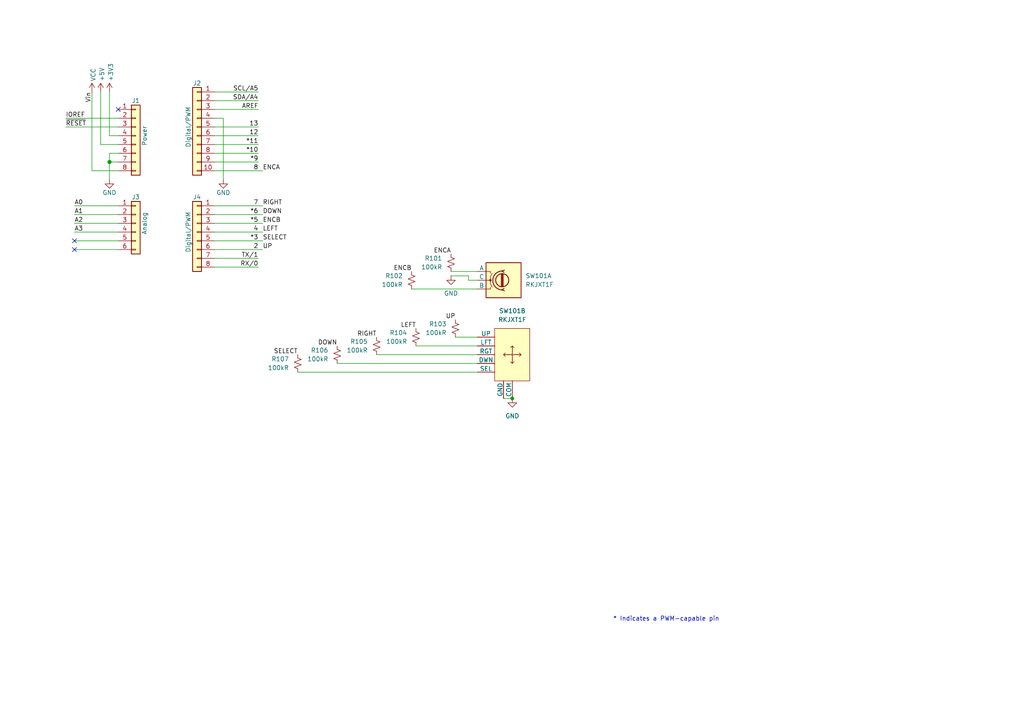
<source format=kicad_sch>
(kicad_sch (version 20231120) (generator "eeschema") (generator_version "8.0")
  (paper "A4")
  (title_block (date "mar. 31 mars 2015"))
  (lib_symbols
    (symbol "Connector_Generic:Conn_01x06" (pin_names (offset 1.016) hide)
      (property "Reference" "J" (at 0 7.62 0))
      (property "Value" "Conn_01x06" (at 0 -10.16 0))
      (symbol "Conn_01x06_1_1"
        (rectangle (start -1.27 -7.493) (end 0 -7.747) (stroke (width 0.1524)))
        (rectangle (start -1.27 -4.953) (end 0 -5.207) (stroke (width 0.1524)))
        (rectangle (start -1.27 -2.413) (end 0 -2.667) (stroke (width 0.1524)))
        (rectangle (start -1.27 0.127) (end 0 -0.127) (stroke (width 0.1524)))
        (rectangle (start -1.27 2.667) (end 0 2.413) (stroke (width 0.1524)))
        (rectangle (start -1.27 5.207) (end 0 4.953) (stroke (width 0.1524)))
        (rectangle (start -1.27 6.35) (end 1.27 -8.89) (stroke (width 0.254)) (fill (type background)))
        (pin passive line (at -5.08 5.08 0) (length 3.81) (name "Pin_1") (number "1"))
        (pin passive line (at -5.08 2.54 0) (length 3.81) (name "Pin_2") (number "2"))
        (pin passive line (at -5.08 0 0) (length 3.81) (name "Pin_3") (number "3"))
        (pin passive line (at -5.08 -2.54 0) (length 3.81) (name "Pin_4") (number "4"))
        (pin passive line (at -5.08 -5.08 0) (length 3.81) (name "Pin_5") (number "5"))
        (pin passive line (at -5.08 -7.62 0) (length 3.81) (name "Pin_6") (number "6"))
      )
    )
    (symbol "Connector_Generic:Conn_01x08" (pin_names (offset 1.016) hide)
      (property "Reference" "J" (at 0 10.16 0))
      (property "Value" "Conn_01x08" (at 0 -12.7 0))
      (symbol "Conn_01x08_1_1"
        (rectangle (start -1.27 -10.033) (end 0 -10.287) (stroke (width 0.1524)))
        (rectangle (start -1.27 -7.493) (end 0 -7.747) (stroke (width 0.1524)))
        (rectangle (start -1.27 -4.953) (end 0 -5.207) (stroke (width 0.1524)))
        (rectangle (start -1.27 -2.413) (end 0 -2.667) (stroke (width 0.1524)))
        (rectangle (start -1.27 0.127) (end 0 -0.127) (stroke (width 0.1524)))
        (rectangle (start -1.27 2.667) (end 0 2.413) (stroke (width 0.1524)))
        (rectangle (start -1.27 5.207) (end 0 4.953) (stroke (width 0.1524)))
        (rectangle (start -1.27 7.747) (end 0 7.493) (stroke (width 0.1524)))
        (rectangle (start -1.27 8.89) (end 1.27 -11.43) (stroke (width 0.254)) (fill (type background)))
        (pin passive line (at -5.08 7.62 0) (length 3.81) (name "Pin_1") (number "1"))
        (pin passive line (at -5.08 5.08 0) (length 3.81) (name "Pin_2") (number "2"))
        (pin passive line (at -5.08 2.54 0) (length 3.81) (name "Pin_3") (number "3"))
        (pin passive line (at -5.08 0 0) (length 3.81) (name "Pin_4") (number "4"))
        (pin passive line (at -5.08 -2.54 0) (length 3.81) (name "Pin_5") (number "5"))
        (pin passive line (at -5.08 -5.08 0) (length 3.81) (name "Pin_6") (number "6"))
        (pin passive line (at -5.08 -7.62 0) (length 3.81) (name "Pin_7") (number "7"))
        (pin passive line (at -5.08 -10.16 0) (length 3.81) (name "Pin_8") (number "8"))
      )
    )
    (symbol "Connector_Generic:Conn_01x10" (pin_names (offset 1.016) hide)
      (property "Reference" "J" (at 0 12.7 0))
      (property "Value" "Conn_01x10" (at 0 -15.24 0))
      (symbol "Conn_01x10_1_1"
        (rectangle (start -1.27 -12.573) (end 0 -12.827) (stroke (width 0.1524)))
        (rectangle (start -1.27 -10.033) (end 0 -10.287) (stroke (width 0.1524)))
        (rectangle (start -1.27 -7.493) (end 0 -7.747) (stroke (width 0.1524)))
        (rectangle (start -1.27 -4.953) (end 0 -5.207) (stroke (width 0.1524)))
        (rectangle (start -1.27 -2.413) (end 0 -2.667) (stroke (width 0.1524)))
        (rectangle (start -1.27 0.127) (end 0 -0.127) (stroke (width 0.1524)))
        (rectangle (start -1.27 2.667) (end 0 2.413) (stroke (width 0.1524)))
        (rectangle (start -1.27 5.207) (end 0 4.953) (stroke (width 0.1524)))
        (rectangle (start -1.27 7.747) (end 0 7.493) (stroke (width 0.1524)))
        (rectangle (start -1.27 10.287) (end 0 10.033) (stroke (width 0.1524)))
        (rectangle (start -1.27 11.43) (end 1.27 -13.97) (stroke (width 0.254)) (fill (type background)))
        (pin passive line (at -5.08 10.16 0) (length 3.81) (name "Pin_1") (number "1"))
        (pin passive line (at -5.08 -12.7 0) (length 3.81) (name "Pin_10") (number "10"))
        (pin passive line (at -5.08 7.62 0) (length 3.81) (name "Pin_2") (number "2"))
        (pin passive line (at -5.08 5.08 0) (length 3.81) (name "Pin_3") (number "3"))
        (pin passive line (at -5.08 2.54 0) (length 3.81) (name "Pin_4") (number "4"))
        (pin passive line (at -5.08 0 0) (length 3.81) (name "Pin_5") (number "5"))
        (pin passive line (at -5.08 -2.54 0) (length 3.81) (name "Pin_6") (number "6"))
        (pin passive line (at -5.08 -5.08 0) (length 3.81) (name "Pin_7") (number "7"))
        (pin passive line (at -5.08 -7.62 0) (length 3.81) (name "Pin_8") (number "8"))
        (pin passive line (at -5.08 -10.16 0) (length 3.81) (name "Pin_9") (number "9"))
      )
    )
    (symbol "Device:R_Small_US" (pin_numbers hide) (pin_names (offset 0.254) hide)
      (property "Reference" "R" (at 0.762 0.508 0))
      (property "Value" "R_Small_US" (at 0.762 -1.016 0))
      (symbol "R_Small_US_1_1"
        (polyline (pts (xy 0 0) (xy 1.016 -0.381) (xy 0 -0.762) (xy -1.016 -1.143) (xy 0 -1.524)))
        (polyline (pts (xy 0 1.524) (xy 1.016 1.143) (xy 0 0.762) (xy -1.016 0.381) (xy 0 0)))
        (pin passive line (at 0 2.54 270) (length 1.016) (name "~") (number "1"))
        (pin passive line (at 0 -2.54 90) (length 1.016) (name "~") (number "2"))
      )
    )
    (symbol "GND_1" (power) (pin_numbers hide) (pin_names (offset 0) hide)
      (property "Value" "GND" (at 0 -3.81 0))
      (symbol "GND_1_0_1"
        (polyline (pts (xy 0 0) (xy 0 -1.27) (xy 1.27 -1.27) (xy 0 -2.54) (xy -1.27 -1.27) (xy 0 -1.27)))
      )
      (symbol "GND_1_1_1"
        (pin power_in line (at 0 0 270) (length 0) (name "~") (number "1"))
      )
    )
    (symbol "my-Device:RKJXT1F" (pin_numbers hide) (pin_names (offset 0))
      (property "Reference" "SW" (at 0 11.684 0))
      (property "Value" "RKJXT1F" (at 0 9.144 0))
      (symbol "RKJXT1F_1_1"
        (rectangle (start -5.08 5.08) (end 5.08 -5.08) (stroke (width 0.254)) (fill (type background)))
        (circle (center -3.81 0) (radius 0.254) (fill (type outline)))
        (circle (center -0.381 0) (radius 1.905) (stroke (width 0.254)))
        (arc (start -0.381 2.667) (mid -3.0988 -0.0635) (end -0.381 -2.794) (stroke (width 0.254)))
        (polyline (pts (xy -0.635 -1.778) (xy -0.635 1.778)) (stroke (width 0.254)))
        (polyline (pts (xy -0.381 -1.778) (xy -0.381 1.778)) (stroke (width 0.254)))
        (polyline (pts (xy -0.127 1.778) (xy -0.127 -1.778)) (stroke (width 0.254)))
        (polyline (pts (xy -5.08 -2.54) (xy -3.81 -2.54) (xy -3.81 -2.032)))
        (polyline (pts (xy -5.08 2.54) (xy -3.81 2.54) (xy -3.81 2.032)))
        (polyline (pts (xy 0.254 -3.048) (xy -0.508 -2.794) (xy 0.127 -2.413)) (stroke (width 0.254)))
        (polyline (pts (xy 0.254 2.921) (xy -0.508 2.667) (xy 0.127 2.286)) (stroke (width 0.254)))
        (polyline (pts (xy -5.08 0) (xy -3.81 0) (xy -3.81 -1.016) (xy -3.302 -2.032)))
        (polyline (pts (xy -4.318 0) (xy -3.81 0) (xy -3.81 1.016) (xy -3.302 2.032)))
        (pin passive line (at -7.62 2.54 0) (length 2.54) (name "A") (number "1"))
        (pin passive line (at -7.62 0 0) (length 2.54) (name "C") (number "2"))
        (pin passive line (at -7.62 -2.54 0) (length 2.54) (name "B") (number "3"))
      )
      (symbol "RKJXT1F_2_1"
        (rectangle (start -5.08 7.62) (end 5.08 -7.62) (fill (type background)))
        (polyline (pts (xy -0.508 0) (xy -2.54 0) (xy -2.032 -0.508)))
        (polyline (pts (xy -0.508 0) (xy -2.54 0) (xy -2.032 0.508)))
        (polyline (pts (xy 0 -0.508) (xy 0 -2.54) (xy -0.508 -2.032)))
        (polyline (pts (xy 0 -0.508) (xy 0 -2.54) (xy 0.508 -2.032)))
        (polyline (pts (xy 0 0.508) (xy 0 2.54) (xy -0.508 2.032)))
        (polyline (pts (xy 0 0.508) (xy 0 2.54) (xy 0.508 2.032)))
        (polyline (pts (xy 0.508 0) (xy 2.54 0) (xy 2.032 -0.508)))
        (polyline (pts (xy 0.508 0) (xy 2.54 0) (xy 2.032 0.508)))
        (circle (center 0 0) (radius 0.254) (fill (type color) (color 197 163 255 1)))
        (pin passive line (at 2.54 -12.7 90) (length 5.08) (name "GND") (number "10"))
        (pin passive line (at 10.16 5.08 180) (length 5.08) (name "UP") (number "4"))
        (pin passive line (at 10.16 2.54 180) (length 5.08) (name "LFT") (number "5"))
        (pin passive line (at 10.16 0 180) (length 5.08) (name "RGT") (number "6"))
        (pin passive line (at 10.16 -2.54 180) (length 5.08) (name "DWN") (number "7"))
        (pin passive line (at 10.16 -5.08 180) (length 5.08) (name "SEL") (number "8"))
        (pin passive line (at 0 -12.7 90) (length 5.08) (name "COM") (number "9"))
      )
    )
    (symbol "power:+3V3" (power) (pin_names (offset 0))
      (property "Value" "+3V3" (at 0 3.556 0))
      (symbol "+3V3_0_1"
        (polyline (pts (xy -0.762 1.27) (xy 0 2.54)))
        (polyline (pts (xy 0 0) (xy 0 2.54)))
        (polyline (pts (xy 0 2.54) (xy 0.762 1.27)))
      )
      (symbol "+3V3_1_1"
        (pin power_in line (at 0 0 90) (length 0) hide (name "+3V3") (number "1"))
      )
    )
    (symbol "power:+5V" (power) (pin_names (offset 0))
      (property "Value" "+5V" (at 0 3.556 0))
      (symbol "+5V_0_1"
        (polyline (pts (xy -0.762 1.27) (xy 0 2.54)))
        (polyline (pts (xy 0 0) (xy 0 2.54)))
        (polyline (pts (xy 0 2.54) (xy 0.762 1.27)))
      )
      (symbol "+5V_1_1"
        (pin power_in line (at 0 0 90) (length 0) hide (name "+5V") (number "1"))
      )
    )
    (symbol "power:GND" (power) (pin_names (offset 0))
      (property "Value" "GND" (at 0 -3.81 0))
      (symbol "GND_0_1"
        (polyline (pts (xy 0 0) (xy 0 -1.27) (xy 1.27 -1.27) (xy 0 -2.54) (xy -1.27 -1.27) (xy 0 -1.27)))
      )
      (symbol "GND_1_1"
        (pin power_in line (at 0 0 270) (length 0) hide (name "GND") (number "1"))
      )
    )
    (symbol "power:VCC" (power) (pin_names (offset 0))
      (property "Value" "VCC" (at 0 3.81 0))
      (symbol "VCC_0_1"
        (polyline (pts (xy -0.762 1.27) (xy 0 2.54)))
        (polyline (pts (xy 0 0) (xy 0 2.54)))
        (polyline (pts (xy 0 2.54) (xy 0.762 1.27)))
      )
      (symbol "VCC_1_1"
        (pin power_in line (at 0 0 90) (length 0) hide (name "VCC") (number "1"))
      )
    )
  )
  (junction (at 31.75 46.99) (diameter 1.016))
  (junction (at 148.59 115.57))
  (no_connect (at 21.59 69.85))
  (no_connect (at 34.29 31.75))
  (no_connect (at 21.59 72.39))
  (wire (pts (xy 62.23 77.47) (xy 74.93 77.47)))
  (wire (pts (xy 86.36 107.95) (xy 138.43 107.95)))
  (wire (pts (xy 62.23 44.45) (xy 74.93 44.45)))
  (wire (pts (xy 62.23 26.67) (xy 74.93 26.67)))
  (wire (pts (xy 31.75 44.45) (xy 31.75 46.99)))
  (wire (pts (xy 21.59 72.39) (xy 34.29 72.39)))
  (wire (pts (xy 132.08 97.79) (xy 138.43 97.79)))
  (wire (pts (xy 31.75 46.99) (xy 31.75 52.07)))
  (wire (pts (xy 31.75 39.37) (xy 34.29 39.37)))
  (wire (pts (xy 29.21 41.91) (xy 34.29 41.91)))
  (wire (pts (xy 29.21 26.67) (xy 29.21 41.91)))
  (wire (pts (xy 62.23 36.83) (xy 74.93 36.83)))
  (wire (pts (xy 135.89 80.01) (xy 135.89 81.28)))
  (wire (pts (xy 31.75 26.67) (xy 31.75 39.37)))
  (wire (pts (xy 62.23 59.69) (xy 76.2 59.69)))
  (wire (pts (xy 34.29 59.69) (xy 21.59 59.69)))
  (wire (pts (xy 62.23 39.37) (xy 74.93 39.37)))
  (wire (pts (xy 62.23 62.23) (xy 76.2 62.23)))
  (wire (pts (xy 130.81 80.01) (xy 135.89 80.01)))
  (wire (pts (xy 62.23 46.99) (xy 74.93 46.99)))
  (wire (pts (xy 62.23 67.31) (xy 76.2 67.31)))
  (wire (pts (xy 146.05 115.57) (xy 148.59 115.57)))
  (wire (pts (xy 120.65 100.33) (xy 138.43 100.33)))
  (wire (pts (xy 19.05 34.29) (xy 34.29 34.29)))
  (wire (pts (xy 62.23 49.53) (xy 76.2 49.53)))
  (wire (pts (xy 64.77 34.29) (xy 64.77 52.07)))
  (wire (pts (xy 135.89 81.28) (xy 138.43 81.28)))
  (wire (pts (xy 62.23 31.75) (xy 74.93 31.75)))
  (wire (pts (xy 34.29 64.77) (xy 21.59 64.77)))
  (wire (pts (xy 19.05 36.83) (xy 34.29 36.83)))
  (wire (pts (xy 34.29 46.99) (xy 31.75 46.99)))
  (wire (pts (xy 109.22 102.87) (xy 138.43 102.87)))
  (wire (pts (xy 34.29 49.53) (xy 26.67 49.53)))
  (wire (pts (xy 21.59 62.23) (xy 34.29 62.23)))
  (wire (pts (xy 62.23 34.29) (xy 64.77 34.29)))
  (wire (pts (xy 34.29 44.45) (xy 31.75 44.45)))
  (wire (pts (xy 97.79 105.41) (xy 138.43 105.41)))
  (wire (pts (xy 62.23 41.91) (xy 74.93 41.91)))
  (wire (pts (xy 130.81 78.74) (xy 138.43 78.74)))
  (wire (pts (xy 62.23 64.77) (xy 76.2 64.77)))
  (wire (pts (xy 21.59 67.31) (xy 34.29 67.31)))
  (wire (pts (xy 119.38 83.82) (xy 138.43 83.82)))
  (wire (pts (xy 62.23 29.21) (xy 74.93 29.21)))
  (wire (pts (xy 62.23 72.39) (xy 76.2 72.39)))
  (wire (pts (xy 62.23 69.85) (xy 76.2 69.85)))
  (wire (pts (xy 62.23 74.93) (xy 74.93 74.93)))
  (wire (pts (xy 26.67 49.53) (xy 26.67 26.67)))
  (wire (pts (xy 34.29 69.85) (xy 21.59 69.85)))
  (text "* Indicates a PWM-capable pin" (at 177.8 180.34 0) (effects (font (size 1.27 1.27)) (justify left bottom)))
  (label "RX{slash}0" (at 74.93 77.47 180))
  (label "A2" (at 21.59 64.77 0))
  (label "4" (at 74.93 67.31 180))
  (label "2" (at 74.93 72.39 180))
  (label "ENCA" (at 76.2 49.53 0))
  (label "A3" (at 21.59 67.31 0))
  (label "13" (at 74.93 36.83 180))
  (label "ENCB" (at 76.2 64.77 0))
  (label "UP" (at 76.2 72.39 0))
  (label "UP" (at 132.08 92.71 180))
  (label "12" (at 74.93 39.37 180))
  (label "~{RESET}" (at 19.05 36.83 0))
  (label "*10" (at 74.93 44.45 180))
  (label "SELECT" (at 76.2 69.85 0))
  (label "RIGHT" (at 109.22 97.79 180))
  (label "DOWN" (at 97.79 100.33 180))
  (label "7" (at 74.93 59.69 180))
  (label "SDA{slash}A4" (at 74.93 29.21 180))
  (label "8" (at 74.93 49.53 180))
  (label "RIGHT" (at 76.2 59.69 0))
  (label "SELECT" (at 86.36 102.87 180))
  (label "*11" (at 74.93 41.91 180))
  (label "*3" (at 74.93 69.85 180))
  (label "A1" (at 21.59 62.23 0))
  (label "TX{slash}1" (at 74.93 74.93 180))
  (label "LEFT" (at 120.65 95.25 180))
  (label "A0" (at 21.59 59.69 0))
  (label "AREF" (at 74.93 31.75 180))
  (label "DOWN" (at 76.2 62.23 0))
  (label "Vin" (at 26.67 26.67 270))
  (label "*6" (at 74.93 62.23 180))
  (label "SCL{slash}A5" (at 74.93 26.67 180))
  (label "*9" (at 74.93 46.99 180))
  (label "LEFT" (at 76.2 67.31 0))
  (label "*5" (at 74.93 64.77 180))
  (label "IOREF" (at 19.05 34.29 0))
  (label "ENCA" (at 130.81 73.66 180))
  (label "ENCB" (at 119.38 78.74 180))
  (symbol (lib_id "Connector_Generic:Conn_01x08") (at 39.37 39.37 0) (unit 1)
    (property "Reference" "J1" (at 39.37 29.21 0))
    (property "Value" "Power" (at 41.91 39.37 90))
    (property "Footprint" "Connector_PinHeader_2.54mm:PinHeader_1x08_P2.54mm_Vertical" (effects (hide yes)))
  )
  (symbol (lib_id "power:+3V3") (at 31.75 26.67 0) (unit 1)
    (property "Reference" "#PWR03" (effects (hide yes)))
    (property "Value" "+3V3" (at 32.131 23.622 90) (effects (justify left)))
  )
  (symbol (lib_id "power:+5V") (at 29.21 26.67 0) (unit 1)
    (property "Reference" "#PWR02" (effects (hide yes)))
    (property "Value" "+5V" (at 29.5656 23.622 90) (effects (justify left)))
  )
  (symbol (lib_id "power:GND") (at 31.75 52.07 0) (unit 1)
    (property "Reference" "#PWR04" (effects (hide yes)))
    (property "Value" "GND" (at 31.75 55.88 0))
  )
  (symbol (lib_id "Connector_Generic:Conn_01x10") (at 57.15 36.83 0) (mirror y) (unit 1)
    (property "Reference" "J2" (at 57.15 24.13 0))
    (property "Value" "Digital/PWM" (at 54.61 36.83 90))
    (property "Footprint" "Connector_PinHeader_2.54mm:PinHeader_1x10_P2.54mm_Vertical" (effects (hide yes)))
  )
  (symbol (lib_id "power:GND") (at 64.77 52.07 0) (unit 1)
    (property "Reference" "#PWR05" (effects (hide yes)))
    (property "Value" "GND" (at 64.77 55.88 0))
  )
  (symbol (lib_id "Connector_Generic:Conn_01x06") (at 39.37 64.77 0) (unit 1)
    (property "Reference" "J3" (at 39.37 57.15 0))
    (property "Value" "Analog" (at 41.91 64.77 90))
    (property "Footprint" "Connector_PinHeader_2.54mm:PinHeader_1x06_P2.54mm_Vertical" (effects (hide yes)))
  )
  (symbol (lib_id "Connector_Generic:Conn_01x08") (at 57.15 67.31 0) (mirror y) (unit 1)
    (property "Reference" "J4" (at 57.15 57.15 0))
    (property "Value" "Digital/PWM" (at 54.61 67.31 90))
    (property "Footprint" "Connector_PinHeader_2.54mm:PinHeader_1x08_P2.54mm_Vertical" (effects (hide yes)))
  )
  (symbol (lib_id "Device:R_Small_US") (at 97.79 102.87 0) (unit 1)
    (property "Reference" "R106" (at 95.25 101.5999 0) (effects (justify right)))
    (property "Value" "100kR" (at 95.25 104.1399 0) (effects (justify right)))
    (property "Footprint" "Resistor_SMD:R_0402_1005Metric_Pad0.72x0.64mm_HandSolder" (effects (hide yes)))
    (property "Description" "Resistor, small US symbol" (effects (hide yes)))
  )
  (symbol (lib_id "Device:R_Small_US") (at 130.81 76.2 0) (unit 1)
    (property "Reference" "R101" (at 128.27 74.9299 0) (effects (justify right)))
    (property "Value" "100kR" (at 128.27 77.4699 0) (effects (justify right)))
    (property "Footprint" "Resistor_SMD:R_0402_1005Metric_Pad0.72x0.64mm_HandSolder" (effects (hide yes)))
    (property "Description" "Resistor, small US symbol" (effects (hide yes)))
  )
  (symbol (lib_id "my-Device:RKJXT1F") (at 146.05 81.28 0) (unit 1)
    (property "Reference" "SW101" (at 152.4 80.0099 0) (effects (justify left)))
    (property "Value" "RKJXT1F" (at 152.4 82.5499 0) (effects (justify left)))
    (property "Footprint" "my-Rotary_Encoder:RKJXT1F" (effects (hide yes)))
    (property "Description" "Rotary encoder, dual channel, incremental quadrate outputs" (effects (hide yes)))
  )
  (symbol (lib_id "power:VCC") (at 26.67 26.67 0) (unit 1)
    (property "Reference" "#PWR01" (effects (hide yes)))
    (property "Value" "VCC" (at 27.051 23.622 90) (effects (justify left)))
  )
  (symbol (lib_id "Device:R_Small_US") (at 109.22 100.33 0) (unit 1)
    (property "Reference" "R105" (at 106.68 99.0599 0) (effects (justify right)))
    (property "Value" "100kR" (at 106.68 101.5999 0) (effects (justify right)))
    (property "Footprint" "Resistor_SMD:R_0402_1005Metric_Pad0.72x0.64mm_HandSolder" (effects (hide yes)))
    (property "Description" "Resistor, small US symbol" (effects (hide yes)))
  )
  (symbol (lib_id "Device:R_Small_US") (at 119.38 81.28 0) (unit 1)
    (property "Reference" "R102" (at 116.84 80.0099 0) (effects (justify right)))
    (property "Value" "100kR" (at 116.84 82.5499 0) (effects (justify right)))
    (property "Footprint" "Resistor_SMD:R_0402_1005Metric_Pad0.72x0.64mm_HandSolder" (effects (hide yes)))
    (property "Description" "Resistor, small US symbol" (effects (hide yes)))
  )
  (symbol (lib_id "my-Device:RKJXT1F") (at 148.59 102.87 0) (mirror y) (unit 2)
    (property "Reference" "SW101" (at 148.59 90.17 0))
    (property "Value" "RKJXT1F" (at 148.59 92.71 0))
    (property "Footprint" "my-Rotary_Encoder:RKJXT1F" (effects (hide yes)))
    (property "Description" "Rotary encoder, dual channel, incremental quadrate outputs" (effects (hide yes)))
  )
  (symbol (lib_id "Device:R_Small_US") (at 86.36 105.41 0) (unit 1)
    (property "Reference" "R107" (at 83.82 104.1399 0) (effects (justify right)))
    (property "Value" "100kR" (at 83.82 106.6799 0) (effects (justify right)))
    (property "Footprint" "Resistor_SMD:R_0402_1005Metric_Pad0.72x0.64mm_HandSolder" (effects (hide yes)))
    (property "Description" "Resistor, small US symbol" (effects (hide yes)))
  )
  (symbol (lib_id "Device:R_Small_US") (at 132.08 95.25 0) (unit 1)
    (property "Reference" "R103" (at 129.54 93.9799 0) (effects (justify right)))
    (property "Value" "100kR" (at 129.54 96.5199 0) (effects (justify right)))
    (property "Footprint" "Resistor_SMD:R_0402_1005Metric_Pad0.72x0.64mm_HandSolder" (effects (hide yes)))
    (property "Description" "Resistor, small US symbol" (effects (hide yes)))
  )
  (symbol (lib_name "GND_1") (lib_id "power:GND") (at 148.59 115.57 0) (unit 1)
    (property "Reference" "#PWR0101" (effects (hide yes)))
    (property "Value" "GND" (at 148.59 120.65 0))
    (property "Description" "Power symbol creates a global label with name \"GND\" , ground" (effects (hide yes)))
  )
  (symbol (lib_name "GND_1") (lib_id "power:GND") (at 130.81 80.01 0) (unit 1)
    (property "Reference" "#PWR0102" (effects (hide yes)))
    (property "Value" "GND" (at 130.81 85.09 0))
    (property "Description" "Power symbol creates a global label with name \"GND\" , ground" (effects (hide yes)))
  )
  (symbol (lib_id "Device:R_Small_US") (at 120.65 97.79 0) (unit 1)
    (property "Reference" "R104" (at 118.11 96.5199 0) (effects (justify right)))
    (property "Value" "100kR" (at 118.11 99.0599 0) (effects (justify right)))
    (property "Footprint" "Resistor_SMD:R_0402_1005Metric_Pad0.72x0.64mm_HandSolder" (effects (hide yes)))
    (property "Description" "Resistor, small US symbol" (effects (hide yes)))
  )
)
</source>
